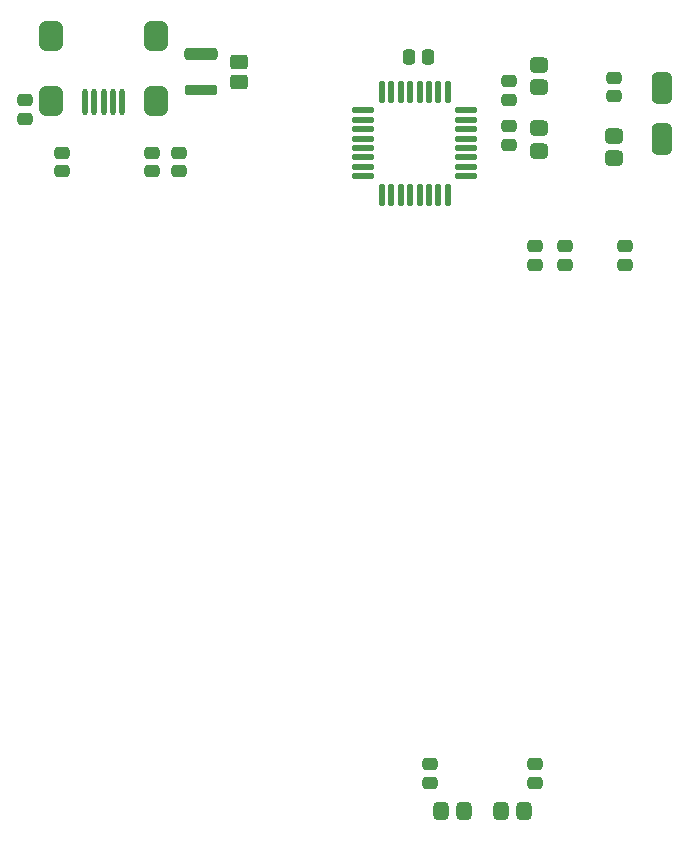
<source format=gtp>
%FSTAX43Y43*%
%MOMM*%
G71*
G01*
G75*
G04 Layer_Color=9634006*
G04:AMPARAMS|DCode=10|XSize=2.5mm|YSize=2mm|CornerRadius=0.5mm|HoleSize=0mm|Usage=FLASHONLY|Rotation=90.000|XOffset=0mm|YOffset=0mm|HoleType=Round|Shape=RoundedRectangle|*
%AMROUNDEDRECTD10*
21,1,2.500,1.000,0,0,90.0*
21,1,1.500,2.000,0,0,90.0*
1,1,1.000,0.500,0.750*
1,1,1.000,0.500,-0.750*
1,1,1.000,-0.500,-0.750*
1,1,1.000,-0.500,0.750*
%
%ADD10ROUNDEDRECTD10*%
%ADD11O,0.500X2.250*%
G04:AMPARAMS|DCode=12|XSize=1.3mm|YSize=1mm|CornerRadius=0.25mm|HoleSize=0mm|Usage=FLASHONLY|Rotation=0.000|XOffset=0mm|YOffset=0mm|HoleType=Round|Shape=RoundedRectangle|*
%AMROUNDEDRECTD12*
21,1,1.300,0.500,0,0,0.0*
21,1,0.800,1.000,0,0,0.0*
1,1,0.500,0.400,-0.250*
1,1,0.500,-0.400,-0.250*
1,1,0.500,-0.400,0.250*
1,1,0.500,0.400,0.250*
%
%ADD12ROUNDEDRECTD12*%
G04:AMPARAMS|DCode=13|XSize=1mm|YSize=2.8mm|CornerRadius=0.25mm|HoleSize=0mm|Usage=FLASHONLY|Rotation=270.000|XOffset=0mm|YOffset=0mm|HoleType=Round|Shape=RoundedRectangle|*
%AMROUNDEDRECTD13*
21,1,1.000,2.300,0,0,270.0*
21,1,0.500,2.800,0,0,270.0*
1,1,0.500,-1.150,-0.250*
1,1,0.500,-1.150,0.250*
1,1,0.500,1.150,0.250*
1,1,0.500,1.150,-0.250*
%
%ADD13ROUNDEDRECTD13*%
G04:AMPARAMS|DCode=14|XSize=0.9mm|YSize=2.7mm|CornerRadius=0.225mm|HoleSize=0mm|Usage=FLASHONLY|Rotation=270.000|XOffset=0mm|YOffset=0mm|HoleType=Round|Shape=RoundedRectangle|*
%AMROUNDEDRECTD14*
21,1,0.900,2.250,0,0,270.0*
21,1,0.450,2.700,0,0,270.0*
1,1,0.450,-1.125,-0.225*
1,1,0.450,-1.125,0.225*
1,1,0.450,1.125,0.225*
1,1,0.450,1.125,-0.225*
%
%ADD14ROUNDEDRECTD14*%
G04:AMPARAMS|DCode=15|XSize=1.5mm|YSize=1.25mm|CornerRadius=0.313mm|HoleSize=0mm|Usage=FLASHONLY|Rotation=180.000|XOffset=0mm|YOffset=0mm|HoleType=Round|Shape=RoundedRectangle|*
%AMROUNDEDRECTD15*
21,1,1.500,0.625,0,0,180.0*
21,1,0.875,1.250,0,0,180.0*
1,1,0.625,-0.438,0.313*
1,1,0.625,0.438,0.313*
1,1,0.625,0.438,-0.313*
1,1,0.625,-0.438,-0.313*
%
%ADD15ROUNDEDRECTD15*%
G04:AMPARAMS|DCode=16|XSize=1.9mm|YSize=0.5mm|CornerRadius=0.125mm|HoleSize=0mm|Usage=FLASHONLY|Rotation=0.000|XOffset=0mm|YOffset=0mm|HoleType=Round|Shape=RoundedRectangle|*
%AMROUNDEDRECTD16*
21,1,1.900,0.250,0,0,0.0*
21,1,1.650,0.500,0,0,0.0*
1,1,0.250,0.825,-0.125*
1,1,0.250,-0.825,-0.125*
1,1,0.250,-0.825,0.125*
1,1,0.250,0.825,0.125*
%
%ADD16ROUNDEDRECTD16*%
G04:AMPARAMS|DCode=17|XSize=1.9mm|YSize=0.5mm|CornerRadius=0.125mm|HoleSize=0mm|Usage=FLASHONLY|Rotation=90.000|XOffset=0mm|YOffset=0mm|HoleType=Round|Shape=RoundedRectangle|*
%AMROUNDEDRECTD17*
21,1,1.900,0.250,0,0,90.0*
21,1,1.650,0.500,0,0,90.0*
1,1,0.250,0.125,0.825*
1,1,0.250,0.125,-0.825*
1,1,0.250,-0.125,-0.825*
1,1,0.250,-0.125,0.825*
%
%ADD17ROUNDEDRECTD17*%
G04:AMPARAMS|DCode=18|XSize=1.3mm|YSize=1mm|CornerRadius=0.25mm|HoleSize=0mm|Usage=FLASHONLY|Rotation=90.000|XOffset=0mm|YOffset=0mm|HoleType=Round|Shape=RoundedRectangle|*
%AMROUNDEDRECTD18*
21,1,1.300,0.500,0,0,90.0*
21,1,0.800,1.000,0,0,90.0*
1,1,0.500,0.250,0.400*
1,1,0.500,0.250,-0.400*
1,1,0.500,-0.250,-0.400*
1,1,0.500,-0.250,0.400*
%
%ADD18ROUNDEDRECTD18*%
G04:AMPARAMS|DCode=19|XSize=2.65mm|YSize=1.75mm|CornerRadius=0.438mm|HoleSize=0mm|Usage=FLASHONLY|Rotation=270.000|XOffset=0mm|YOffset=0mm|HoleType=Round|Shape=RoundedRectangle|*
%AMROUNDEDRECTD19*
21,1,2.650,0.875,0,0,270.0*
21,1,1.775,1.750,0,0,270.0*
1,1,0.875,-0.438,-0.887*
1,1,0.875,-0.438,0.887*
1,1,0.875,0.438,0.887*
1,1,0.875,0.438,-0.887*
%
%ADD19ROUNDEDRECTD19*%
G04:AMPARAMS|DCode=20|XSize=1.5mm|YSize=1.3mm|CornerRadius=0.325mm|HoleSize=0mm|Usage=FLASHONLY|Rotation=0.000|XOffset=0mm|YOffset=0mm|HoleType=Round|Shape=RoundedRectangle|*
%AMROUNDEDRECTD20*
21,1,1.500,0.650,0,0,0.0*
21,1,0.850,1.300,0,0,0.0*
1,1,0.650,0.425,-0.325*
1,1,0.650,-0.425,-0.325*
1,1,0.650,-0.425,0.325*
1,1,0.650,0.425,0.325*
%
%ADD20ROUNDEDRECTD20*%
G04:AMPARAMS|DCode=21|XSize=1.5mm|YSize=1.3mm|CornerRadius=0.325mm|HoleSize=0mm|Usage=FLASHONLY|Rotation=270.000|XOffset=0mm|YOffset=0mm|HoleType=Round|Shape=RoundedRectangle|*
%AMROUNDEDRECTD21*
21,1,1.500,0.650,0,0,270.0*
21,1,0.850,1.300,0,0,270.0*
1,1,0.650,-0.325,-0.425*
1,1,0.650,-0.325,0.425*
1,1,0.650,0.325,0.425*
1,1,0.650,0.325,-0.425*
%
%ADD21ROUNDEDRECTD21*%
%ADD22C,1.000*%
%ADD23C,0.500*%
%ADD24C,0.300*%
%ADD25C,1.300*%
%ADD26C,1.600*%
%ADD27C,1.000*%
%ADD28C,1.100*%
%ADD29C,0.700*%
G04:AMPARAMS|DCode=30|XSize=0.9mm|YSize=0.8mm|CornerRadius=0.2mm|HoleSize=0mm|Usage=FLASHONLY|Rotation=270.000|XOffset=0mm|YOffset=0mm|HoleType=Round|Shape=RoundedRectangle|*
%AMROUNDEDRECTD30*
21,1,0.900,0.400,0,0,270.0*
21,1,0.500,0.800,0,0,270.0*
1,1,0.400,-0.200,-0.250*
1,1,0.400,-0.200,0.250*
1,1,0.400,0.200,0.250*
1,1,0.400,0.200,-0.250*
%
%ADD30ROUNDEDRECTD30*%
%ADD31C,0.178*%
%ADD32C,0.005*%
%ADD33C,0.254*%
%ADD34C,0.250*%
D10*
X0091128Y011797D02*
D03*
Y011252D02*
D03*
X0082228Y011797D02*
D03*
Y011252D02*
D03*
D11*
X0088277Y0112395D02*
D03*
X0087478D02*
D03*
X0086677D02*
D03*
X0085878D02*
D03*
X0085077D02*
D03*
D12*
X008001Y011256D02*
D03*
Y011096D02*
D03*
X0090805Y0106515D02*
D03*
Y0108115D02*
D03*
X0093027Y0106515D02*
D03*
Y0108115D02*
D03*
X0083185Y0106515D02*
D03*
Y0108115D02*
D03*
X0120967Y0108738D02*
D03*
Y0110338D02*
D03*
Y0114147D02*
D03*
Y0112548D02*
D03*
X0129857Y0112865D02*
D03*
Y0114465D02*
D03*
X012319Y0100177D02*
D03*
Y0098577D02*
D03*
X012573Y0100177D02*
D03*
Y0098577D02*
D03*
X013081Y0100177D02*
D03*
Y0098577D02*
D03*
X012319Y0054715D02*
D03*
Y0056315D02*
D03*
X01143Y0054715D02*
D03*
Y0056315D02*
D03*
D13*
X0094933Y0116485D02*
D03*
D14*
Y0113385D02*
D03*
D15*
X0098107Y011406D02*
D03*
Y011581D02*
D03*
D16*
X010868Y0110902D02*
D03*
Y0110103D02*
D03*
Y0109302D02*
D03*
Y0108503D02*
D03*
Y0107702D02*
D03*
Y0106902D02*
D03*
Y0106103D02*
D03*
Y0111702D02*
D03*
X011738Y0106103D02*
D03*
Y0106902D02*
D03*
Y0107702D02*
D03*
Y0108503D02*
D03*
Y0109302D02*
D03*
Y0110103D02*
D03*
Y0110902D02*
D03*
Y0111702D02*
D03*
D17*
X011023Y0104552D02*
D03*
X011103D02*
D03*
X011183D02*
D03*
X011263D02*
D03*
X011343D02*
D03*
X011423D02*
D03*
X011503D02*
D03*
X011583D02*
D03*
Y0113253D02*
D03*
X011503D02*
D03*
X011423D02*
D03*
X011343D02*
D03*
X011263D02*
D03*
X011183D02*
D03*
X011103D02*
D03*
X011023D02*
D03*
D18*
X0112548Y0116205D02*
D03*
X0114147D02*
D03*
D19*
X0133975Y0109293D02*
D03*
Y0113592D02*
D03*
D20*
X0123507Y011017D02*
D03*
Y010827D02*
D03*
Y0115567D02*
D03*
Y0113668D02*
D03*
X0129857Y0107635D02*
D03*
Y0109535D02*
D03*
D21*
X0117155Y005234D02*
D03*
X0115255D02*
D03*
X0120335D02*
D03*
X0122235D02*
D03*
M02*

</source>
